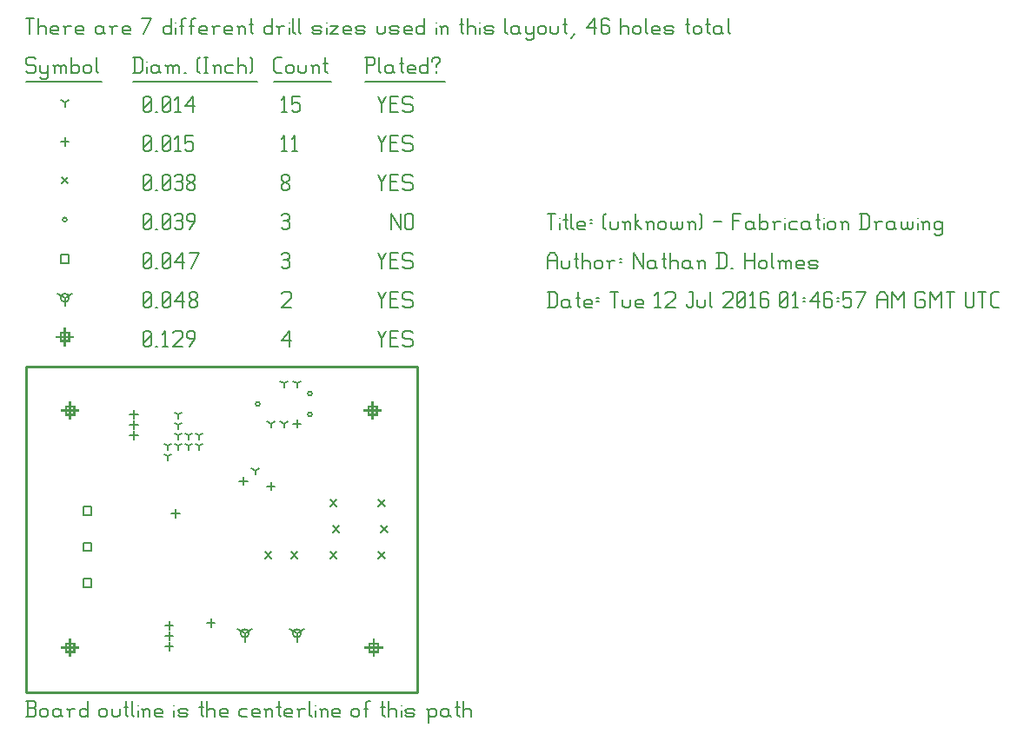
<source format=gbr>
G04 start of page 13 for group -3984 idx -3984 *
G04 Title: (unknown), fab *
G04 Creator: pcb 20140316 *
G04 CreationDate: Tue 12 Jul 2016 01:46:57 AM GMT UTC *
G04 For: ndholmes *
G04 Format: Gerber/RS-274X *
G04 PCB-Dimensions (mil): 1500.00 1250.00 *
G04 PCB-Coordinate-Origin: lower left *
%MOIN*%
%FSLAX25Y25*%
%LNFAB*%
%ADD90C,0.0100*%
%ADD89C,0.0075*%
%ADD88C,0.0060*%
%ADD87R,0.0080X0.0080*%
G54D87*X133000Y111200D02*Y104800D01*
X129800Y108000D02*X136200D01*
X131400Y109600D02*X134600D01*
X131400D02*Y106400D01*
X134600D01*
Y109600D02*Y106400D01*
X133500Y20200D02*Y13800D01*
X130300Y17000D02*X136700D01*
X131900Y18600D02*X135100D01*
X131900D02*Y15400D01*
X135100D01*
Y18600D02*Y15400D01*
X17000Y20200D02*Y13800D01*
X13800Y17000D02*X20200D01*
X15400Y18600D02*X18600D01*
X15400D02*Y15400D01*
X18600D01*
Y18600D02*Y15400D01*
X17000Y111200D02*Y104800D01*
X13800Y108000D02*X20200D01*
X15400Y109600D02*X18600D01*
X15400D02*Y106400D01*
X18600D01*
Y109600D02*Y106400D01*
X15000Y139450D02*Y133050D01*
X11800Y136250D02*X18200D01*
X13400Y137850D02*X16600D01*
X13400D02*Y134650D01*
X16600D01*
Y137850D02*Y134650D01*
G54D88*X135000Y138500D02*X136500Y135500D01*
X138000Y138500D01*
X136500Y135500D02*Y132500D01*
X139800Y135800D02*X142050D01*
X139800Y132500D02*X142800D01*
X139800Y138500D02*Y132500D01*
Y138500D02*X142800D01*
X147600D02*X148350Y137750D01*
X145350Y138500D02*X147600D01*
X144600Y137750D02*X145350Y138500D01*
X144600Y137750D02*Y136250D01*
X145350Y135500D01*
X147600D01*
X148350Y134750D01*
Y133250D01*
X147600Y132500D02*X148350Y133250D01*
X145350Y132500D02*X147600D01*
X144600Y133250D02*X145350Y132500D01*
X98000Y134750D02*X101000Y138500D01*
X98000Y134750D02*X101750D01*
X101000Y138500D02*Y132500D01*
X45000Y133250D02*X45750Y132500D01*
X45000Y137750D02*Y133250D01*
Y137750D02*X45750Y138500D01*
X47250D01*
X48000Y137750D01*
Y133250D01*
X47250Y132500D02*X48000Y133250D01*
X45750Y132500D02*X47250D01*
X45000Y134000D02*X48000Y137000D01*
X49800Y132500D02*X50550D01*
X52350Y137300D02*X53550Y138500D01*
Y132500D01*
X52350D02*X54600D01*
X56400Y137750D02*X57150Y138500D01*
X59400D01*
X60150Y137750D01*
Y136250D01*
X56400Y132500D02*X60150Y136250D01*
X56400Y132500D02*X60150D01*
X62700D02*X64950Y135500D01*
Y137750D02*Y135500D01*
X64200Y138500D02*X64950Y137750D01*
X62700Y138500D02*X64200D01*
X61950Y137750D02*X62700Y138500D01*
X61950Y137750D02*Y136250D01*
X62700Y135500D01*
X64950D01*
X84000Y22500D02*Y19300D01*
Y22500D02*X86773Y24100D01*
X84000Y22500D02*X81227Y24100D01*
X82400Y22500D02*G75*G03X85600Y22500I1600J0D01*G01*
G75*G03X82400Y22500I-1600J0D01*G01*
X104000D02*Y19300D01*
Y22500D02*X106773Y24100D01*
X104000Y22500D02*X101227Y24100D01*
X102400Y22500D02*G75*G03X105600Y22500I1600J0D01*G01*
G75*G03X102400Y22500I-1600J0D01*G01*
X15000Y151250D02*Y148050D01*
Y151250D02*X17773Y152850D01*
X15000Y151250D02*X12227Y152850D01*
X13400Y151250D02*G75*G03X16600Y151250I1600J0D01*G01*
G75*G03X13400Y151250I-1600J0D01*G01*
X135000Y153500D02*X136500Y150500D01*
X138000Y153500D01*
X136500Y150500D02*Y147500D01*
X139800Y150800D02*X142050D01*
X139800Y147500D02*X142800D01*
X139800Y153500D02*Y147500D01*
Y153500D02*X142800D01*
X147600D02*X148350Y152750D01*
X145350Y153500D02*X147600D01*
X144600Y152750D02*X145350Y153500D01*
X144600Y152750D02*Y151250D01*
X145350Y150500D01*
X147600D01*
X148350Y149750D01*
Y148250D01*
X147600Y147500D02*X148350Y148250D01*
X145350Y147500D02*X147600D01*
X144600Y148250D02*X145350Y147500D01*
X98000Y152750D02*X98750Y153500D01*
X101000D01*
X101750Y152750D01*
Y151250D01*
X98000Y147500D02*X101750Y151250D01*
X98000Y147500D02*X101750D01*
X45000Y148250D02*X45750Y147500D01*
X45000Y152750D02*Y148250D01*
Y152750D02*X45750Y153500D01*
X47250D01*
X48000Y152750D01*
Y148250D01*
X47250Y147500D02*X48000Y148250D01*
X45750Y147500D02*X47250D01*
X45000Y149000D02*X48000Y152000D01*
X49800Y147500D02*X50550D01*
X52350Y148250D02*X53100Y147500D01*
X52350Y152750D02*Y148250D01*
Y152750D02*X53100Y153500D01*
X54600D01*
X55350Y152750D01*
Y148250D01*
X54600Y147500D02*X55350Y148250D01*
X53100Y147500D02*X54600D01*
X52350Y149000D02*X55350Y152000D01*
X57150Y149750D02*X60150Y153500D01*
X57150Y149750D02*X60900D01*
X60150Y153500D02*Y147500D01*
X62700Y148250D02*X63450Y147500D01*
X62700Y149450D02*Y148250D01*
Y149450D02*X63750Y150500D01*
X64650D01*
X65700Y149450D01*
Y148250D01*
X64950Y147500D02*X65700Y148250D01*
X63450Y147500D02*X64950D01*
X62700Y151550D02*X63750Y150500D01*
X62700Y152750D02*Y151550D01*
Y152750D02*X63450Y153500D01*
X64950D01*
X65700Y152750D01*
Y151550D01*
X64650Y150500D02*X65700Y151550D01*
X22073Y71045D02*X25273D01*
X22073D02*Y67845D01*
X25273D01*
Y71045D02*Y67845D01*
X22073Y57265D02*X25273D01*
X22073D02*Y54065D01*
X25273D01*
Y57265D02*Y54065D01*
X22073Y43486D02*X25273D01*
X22073D02*Y40286D01*
X25273D01*
Y43486D02*Y40286D01*
X13400Y167850D02*X16600D01*
X13400D02*Y164650D01*
X16600D01*
Y167850D02*Y164650D01*
X135000Y168500D02*X136500Y165500D01*
X138000Y168500D01*
X136500Y165500D02*Y162500D01*
X139800Y165800D02*X142050D01*
X139800Y162500D02*X142800D01*
X139800Y168500D02*Y162500D01*
Y168500D02*X142800D01*
X147600D02*X148350Y167750D01*
X145350Y168500D02*X147600D01*
X144600Y167750D02*X145350Y168500D01*
X144600Y167750D02*Y166250D01*
X145350Y165500D01*
X147600D01*
X148350Y164750D01*
Y163250D01*
X147600Y162500D02*X148350Y163250D01*
X145350Y162500D02*X147600D01*
X144600Y163250D02*X145350Y162500D01*
X98000Y167750D02*X98750Y168500D01*
X100250D01*
X101000Y167750D01*
X100250Y162500D02*X101000Y163250D01*
X98750Y162500D02*X100250D01*
X98000Y163250D02*X98750Y162500D01*
Y165800D02*X100250D01*
X101000Y167750D02*Y166550D01*
Y165050D02*Y163250D01*
Y165050D02*X100250Y165800D01*
X101000Y166550D02*X100250Y165800D01*
X45000Y163250D02*X45750Y162500D01*
X45000Y167750D02*Y163250D01*
Y167750D02*X45750Y168500D01*
X47250D01*
X48000Y167750D01*
Y163250D01*
X47250Y162500D02*X48000Y163250D01*
X45750Y162500D02*X47250D01*
X45000Y164000D02*X48000Y167000D01*
X49800Y162500D02*X50550D01*
X52350Y163250D02*X53100Y162500D01*
X52350Y167750D02*Y163250D01*
Y167750D02*X53100Y168500D01*
X54600D01*
X55350Y167750D01*
Y163250D01*
X54600Y162500D02*X55350Y163250D01*
X53100Y162500D02*X54600D01*
X52350Y164000D02*X55350Y167000D01*
X57150Y164750D02*X60150Y168500D01*
X57150Y164750D02*X60900D01*
X60150Y168500D02*Y162500D01*
X63450D02*X66450Y168500D01*
X62700D02*X66450D01*
X88200Y110500D02*G75*G03X89800Y110500I800J0D01*G01*
G75*G03X88200Y110500I-800J0D01*G01*
X108200Y114500D02*G75*G03X109800Y114500I800J0D01*G01*
G75*G03X108200Y114500I-800J0D01*G01*
Y106500D02*G75*G03X109800Y106500I800J0D01*G01*
G75*G03X108200Y106500I-800J0D01*G01*
X14200Y181250D02*G75*G03X15800Y181250I800J0D01*G01*
G75*G03X14200Y181250I-800J0D01*G01*
X140000Y183500D02*Y177500D01*
Y183500D02*X143750Y177500D01*
Y183500D02*Y177500D01*
X145550Y182750D02*Y178250D01*
Y182750D02*X146300Y183500D01*
X147800D01*
X148550Y182750D01*
Y178250D01*
X147800Y177500D02*X148550Y178250D01*
X146300Y177500D02*X147800D01*
X145550Y178250D02*X146300Y177500D01*
X98000Y182750D02*X98750Y183500D01*
X100250D01*
X101000Y182750D01*
X100250Y177500D02*X101000Y178250D01*
X98750Y177500D02*X100250D01*
X98000Y178250D02*X98750Y177500D01*
Y180800D02*X100250D01*
X101000Y182750D02*Y181550D01*
Y180050D02*Y178250D01*
Y180050D02*X100250Y180800D01*
X101000Y181550D02*X100250Y180800D01*
X45000Y178250D02*X45750Y177500D01*
X45000Y182750D02*Y178250D01*
Y182750D02*X45750Y183500D01*
X47250D01*
X48000Y182750D01*
Y178250D01*
X47250Y177500D02*X48000Y178250D01*
X45750Y177500D02*X47250D01*
X45000Y179000D02*X48000Y182000D01*
X49800Y177500D02*X50550D01*
X52350Y178250D02*X53100Y177500D01*
X52350Y182750D02*Y178250D01*
Y182750D02*X53100Y183500D01*
X54600D01*
X55350Y182750D01*
Y178250D01*
X54600Y177500D02*X55350Y178250D01*
X53100Y177500D02*X54600D01*
X52350Y179000D02*X55350Y182000D01*
X57150Y182750D02*X57900Y183500D01*
X59400D01*
X60150Y182750D01*
X59400Y177500D02*X60150Y178250D01*
X57900Y177500D02*X59400D01*
X57150Y178250D02*X57900Y177500D01*
Y180800D02*X59400D01*
X60150Y182750D02*Y181550D01*
Y180050D02*Y178250D01*
Y180050D02*X59400Y180800D01*
X60150Y181550D02*X59400Y180800D01*
X62700Y177500D02*X64950Y180500D01*
Y182750D02*Y180500D01*
X64200Y183500D02*X64950Y182750D01*
X62700Y183500D02*X64200D01*
X61950Y182750D02*X62700Y183500D01*
X61950Y182750D02*Y181250D01*
X62700Y180500D01*
X64950D01*
X116800Y73700D02*X119200Y71300D01*
X116800D02*X119200Y73700D01*
X117800Y63700D02*X120200Y61300D01*
X117800D02*X120200Y63700D01*
X116800Y53700D02*X119200Y51300D01*
X116800D02*X119200Y53700D01*
X135300Y73700D02*X137700Y71300D01*
X135300D02*X137700Y73700D01*
X136300Y63700D02*X138700Y61300D01*
X136300D02*X138700Y63700D01*
X135300Y53700D02*X137700Y51300D01*
X135300D02*X137700Y53700D01*
X91800D02*X94200Y51300D01*
X91800D02*X94200Y53700D01*
X101800D02*X104200Y51300D01*
X101800D02*X104200Y53700D01*
X13800Y197450D02*X16200Y195050D01*
X13800D02*X16200Y197450D01*
X135000Y198500D02*X136500Y195500D01*
X138000Y198500D01*
X136500Y195500D02*Y192500D01*
X139800Y195800D02*X142050D01*
X139800Y192500D02*X142800D01*
X139800Y198500D02*Y192500D01*
Y198500D02*X142800D01*
X147600D02*X148350Y197750D01*
X145350Y198500D02*X147600D01*
X144600Y197750D02*X145350Y198500D01*
X144600Y197750D02*Y196250D01*
X145350Y195500D01*
X147600D01*
X148350Y194750D01*
Y193250D01*
X147600Y192500D02*X148350Y193250D01*
X145350Y192500D02*X147600D01*
X144600Y193250D02*X145350Y192500D01*
X98000Y193250D02*X98750Y192500D01*
X98000Y194450D02*Y193250D01*
Y194450D02*X99050Y195500D01*
X99950D01*
X101000Y194450D01*
Y193250D01*
X100250Y192500D02*X101000Y193250D01*
X98750Y192500D02*X100250D01*
X98000Y196550D02*X99050Y195500D01*
X98000Y197750D02*Y196550D01*
Y197750D02*X98750Y198500D01*
X100250D01*
X101000Y197750D01*
Y196550D01*
X99950Y195500D02*X101000Y196550D01*
X45000Y193250D02*X45750Y192500D01*
X45000Y197750D02*Y193250D01*
Y197750D02*X45750Y198500D01*
X47250D01*
X48000Y197750D01*
Y193250D01*
X47250Y192500D02*X48000Y193250D01*
X45750Y192500D02*X47250D01*
X45000Y194000D02*X48000Y197000D01*
X49800Y192500D02*X50550D01*
X52350Y193250D02*X53100Y192500D01*
X52350Y197750D02*Y193250D01*
Y197750D02*X53100Y198500D01*
X54600D01*
X55350Y197750D01*
Y193250D01*
X54600Y192500D02*X55350Y193250D01*
X53100Y192500D02*X54600D01*
X52350Y194000D02*X55350Y197000D01*
X57150Y197750D02*X57900Y198500D01*
X59400D01*
X60150Y197750D01*
X59400Y192500D02*X60150Y193250D01*
X57900Y192500D02*X59400D01*
X57150Y193250D02*X57900Y192500D01*
Y195800D02*X59400D01*
X60150Y197750D02*Y196550D01*
Y195050D02*Y193250D01*
Y195050D02*X59400Y195800D01*
X60150Y196550D02*X59400Y195800D01*
X61950Y193250D02*X62700Y192500D01*
X61950Y194450D02*Y193250D01*
Y194450D02*X63000Y195500D01*
X63900D01*
X64950Y194450D01*
Y193250D01*
X64200Y192500D02*X64950Y193250D01*
X62700Y192500D02*X64200D01*
X61950Y196550D02*X63000Y195500D01*
X61950Y197750D02*Y196550D01*
Y197750D02*X62700Y198500D01*
X64200D01*
X64950Y197750D01*
Y196550D01*
X63900Y195500D02*X64950Y196550D01*
X83500Y82600D02*Y79400D01*
X81900Y81000D02*X85100D01*
X41500Y100100D02*Y96900D01*
X39900Y98500D02*X43100D01*
X41500Y104100D02*Y100900D01*
X39900Y102500D02*X43100D01*
X41500Y108100D02*Y104900D01*
X39900Y106500D02*X43100D01*
X71000Y28100D02*Y24900D01*
X69400Y26500D02*X72600D01*
X94000Y80600D02*Y77400D01*
X92400Y79000D02*X95600D01*
X104000Y104600D02*Y101400D01*
X102400Y103000D02*X105600D01*
X57500Y70100D02*Y66900D01*
X55900Y68500D02*X59100D01*
X55000Y27100D02*Y23900D01*
X53400Y25500D02*X56600D01*
X55000Y23100D02*Y19900D01*
X53400Y21500D02*X56600D01*
X55000Y19100D02*Y15900D01*
X53400Y17500D02*X56600D01*
X15000Y212850D02*Y209650D01*
X13400Y211250D02*X16600D01*
X135000Y213500D02*X136500Y210500D01*
X138000Y213500D01*
X136500Y210500D02*Y207500D01*
X139800Y210800D02*X142050D01*
X139800Y207500D02*X142800D01*
X139800Y213500D02*Y207500D01*
Y213500D02*X142800D01*
X147600D02*X148350Y212750D01*
X145350Y213500D02*X147600D01*
X144600Y212750D02*X145350Y213500D01*
X144600Y212750D02*Y211250D01*
X145350Y210500D01*
X147600D01*
X148350Y209750D01*
Y208250D01*
X147600Y207500D02*X148350Y208250D01*
X145350Y207500D02*X147600D01*
X144600Y208250D02*X145350Y207500D01*
X98000Y212300D02*X99200Y213500D01*
Y207500D01*
X98000D02*X100250D01*
X102050Y212300D02*X103250Y213500D01*
Y207500D01*
X102050D02*X104300D01*
X45000Y208250D02*X45750Y207500D01*
X45000Y212750D02*Y208250D01*
Y212750D02*X45750Y213500D01*
X47250D01*
X48000Y212750D01*
Y208250D01*
X47250Y207500D02*X48000Y208250D01*
X45750Y207500D02*X47250D01*
X45000Y209000D02*X48000Y212000D01*
X49800Y207500D02*X50550D01*
X52350Y208250D02*X53100Y207500D01*
X52350Y212750D02*Y208250D01*
Y212750D02*X53100Y213500D01*
X54600D01*
X55350Y212750D01*
Y208250D01*
X54600Y207500D02*X55350Y208250D01*
X53100Y207500D02*X54600D01*
X52350Y209000D02*X55350Y212000D01*
X57150Y212300D02*X58350Y213500D01*
Y207500D01*
X57150D02*X59400D01*
X61200Y213500D02*X64200D01*
X61200D02*Y210500D01*
X61950Y211250D01*
X63450D01*
X64200Y210500D01*
Y208250D01*
X63450Y207500D02*X64200Y208250D01*
X61950Y207500D02*X63450D01*
X61200Y208250D02*X61950Y207500D01*
X104000Y118500D02*Y116900D01*
Y118500D02*X105387Y119300D01*
X104000Y118500D02*X102613Y119300D01*
X99000Y103000D02*Y101400D01*
Y103000D02*X100387Y103800D01*
X99000Y103000D02*X97613Y103800D01*
X58500Y106500D02*Y104900D01*
Y106500D02*X59887Y107300D01*
X58500Y106500D02*X57113Y107300D01*
X58500Y102500D02*Y100900D01*
Y102500D02*X59887Y103300D01*
X58500Y102500D02*X57113Y103300D01*
X58500Y98500D02*Y96900D01*
Y98500D02*X59887Y99300D01*
X58500Y98500D02*X57113Y99300D01*
X62500Y98500D02*Y96900D01*
Y98500D02*X63887Y99300D01*
X62500Y98500D02*X61113Y99300D01*
X66500Y98500D02*Y96900D01*
Y98500D02*X67887Y99300D01*
X66500Y98500D02*X65113Y99300D01*
X66500Y94500D02*Y92900D01*
Y94500D02*X67887Y95300D01*
X66500Y94500D02*X65113Y95300D01*
X62500Y94500D02*Y92900D01*
Y94500D02*X63887Y95300D01*
X62500Y94500D02*X61113Y95300D01*
X58500Y94500D02*Y92900D01*
Y94500D02*X59887Y95300D01*
X58500Y94500D02*X57113Y95300D01*
X54500Y94500D02*Y92900D01*
Y94500D02*X55887Y95300D01*
X54500Y94500D02*X53113Y95300D01*
X54500Y90500D02*Y88900D01*
Y90500D02*X55887Y91300D01*
X54500Y90500D02*X53113Y91300D01*
X94000Y103000D02*Y101400D01*
Y103000D02*X95387Y103800D01*
X94000Y103000D02*X92613Y103800D01*
X99000Y118500D02*Y116900D01*
Y118500D02*X100387Y119300D01*
X99000Y118500D02*X97613Y119300D01*
X88000Y85000D02*Y83400D01*
Y85000D02*X89387Y85800D01*
X88000Y85000D02*X86613Y85800D01*
X15000Y226250D02*Y224650D01*
Y226250D02*X16387Y227050D01*
X15000Y226250D02*X13613Y227050D01*
X135000Y228500D02*X136500Y225500D01*
X138000Y228500D01*
X136500Y225500D02*Y222500D01*
X139800Y225800D02*X142050D01*
X139800Y222500D02*X142800D01*
X139800Y228500D02*Y222500D01*
Y228500D02*X142800D01*
X147600D02*X148350Y227750D01*
X145350Y228500D02*X147600D01*
X144600Y227750D02*X145350Y228500D01*
X144600Y227750D02*Y226250D01*
X145350Y225500D01*
X147600D01*
X148350Y224750D01*
Y223250D01*
X147600Y222500D02*X148350Y223250D01*
X145350Y222500D02*X147600D01*
X144600Y223250D02*X145350Y222500D01*
X98000Y227300D02*X99200Y228500D01*
Y222500D01*
X98000D02*X100250D01*
X102050Y228500D02*X105050D01*
X102050D02*Y225500D01*
X102800Y226250D01*
X104300D01*
X105050Y225500D01*
Y223250D01*
X104300Y222500D02*X105050Y223250D01*
X102800Y222500D02*X104300D01*
X102050Y223250D02*X102800Y222500D01*
X45000Y223250D02*X45750Y222500D01*
X45000Y227750D02*Y223250D01*
Y227750D02*X45750Y228500D01*
X47250D01*
X48000Y227750D01*
Y223250D01*
X47250Y222500D02*X48000Y223250D01*
X45750Y222500D02*X47250D01*
X45000Y224000D02*X48000Y227000D01*
X49800Y222500D02*X50550D01*
X52350Y223250D02*X53100Y222500D01*
X52350Y227750D02*Y223250D01*
Y227750D02*X53100Y228500D01*
X54600D01*
X55350Y227750D01*
Y223250D01*
X54600Y222500D02*X55350Y223250D01*
X53100Y222500D02*X54600D01*
X52350Y224000D02*X55350Y227000D01*
X57150Y227300D02*X58350Y228500D01*
Y222500D01*
X57150D02*X59400D01*
X61200Y224750D02*X64200Y228500D01*
X61200Y224750D02*X64950D01*
X64200Y228500D02*Y222500D01*
X3000Y243500D02*X3750Y242750D01*
X750Y243500D02*X3000D01*
X0Y242750D02*X750Y243500D01*
X0Y242750D02*Y241250D01*
X750Y240500D01*
X3000D01*
X3750Y239750D01*
Y238250D01*
X3000Y237500D02*X3750Y238250D01*
X750Y237500D02*X3000D01*
X0Y238250D02*X750Y237500D01*
X5550Y240500D02*Y238250D01*
X6300Y237500D01*
X8550Y240500D02*Y236000D01*
X7800Y235250D02*X8550Y236000D01*
X6300Y235250D02*X7800D01*
X5550Y236000D02*X6300Y235250D01*
Y237500D02*X7800D01*
X8550Y238250D01*
X11100Y239750D02*Y237500D01*
Y239750D02*X11850Y240500D01*
X12600D01*
X13350Y239750D01*
Y237500D01*
Y239750D02*X14100Y240500D01*
X14850D01*
X15600Y239750D01*
Y237500D01*
X10350Y240500D02*X11100Y239750D01*
X17400Y243500D02*Y237500D01*
Y238250D02*X18150Y237500D01*
X19650D01*
X20400Y238250D01*
Y239750D02*Y238250D01*
X19650Y240500D02*X20400Y239750D01*
X18150Y240500D02*X19650D01*
X17400Y239750D02*X18150Y240500D01*
X22200Y239750D02*Y238250D01*
Y239750D02*X22950Y240500D01*
X24450D01*
X25200Y239750D01*
Y238250D01*
X24450Y237500D02*X25200Y238250D01*
X22950Y237500D02*X24450D01*
X22200Y238250D02*X22950Y237500D01*
X27000Y243500D02*Y238250D01*
X27750Y237500D01*
X0Y234250D02*X29250D01*
X41750Y243500D02*Y237500D01*
X43700Y243500D02*X44750Y242450D01*
Y238550D01*
X43700Y237500D02*X44750Y238550D01*
X41000Y237500D02*X43700D01*
X41000Y243500D02*X43700D01*
G54D89*X46550Y242000D02*Y241850D01*
G54D88*Y239750D02*Y237500D01*
X50300Y240500D02*X51050Y239750D01*
X48800Y240500D02*X50300D01*
X48050Y239750D02*X48800Y240500D01*
X48050Y239750D02*Y238250D01*
X48800Y237500D01*
X51050Y240500D02*Y238250D01*
X51800Y237500D01*
X48800D02*X50300D01*
X51050Y238250D01*
X54350Y239750D02*Y237500D01*
Y239750D02*X55100Y240500D01*
X55850D01*
X56600Y239750D01*
Y237500D01*
Y239750D02*X57350Y240500D01*
X58100D01*
X58850Y239750D01*
Y237500D01*
X53600Y240500D02*X54350Y239750D01*
X60650Y237500D02*X61400D01*
X65900Y238250D02*X66650Y237500D01*
X65900Y242750D02*X66650Y243500D01*
X65900Y242750D02*Y238250D01*
X68450Y243500D02*X69950D01*
X69200D02*Y237500D01*
X68450D02*X69950D01*
X72500Y239750D02*Y237500D01*
Y239750D02*X73250Y240500D01*
X74000D01*
X74750Y239750D01*
Y237500D01*
X71750Y240500D02*X72500Y239750D01*
X77300Y240500D02*X79550D01*
X76550Y239750D02*X77300Y240500D01*
X76550Y239750D02*Y238250D01*
X77300Y237500D01*
X79550D01*
X81350Y243500D02*Y237500D01*
Y239750D02*X82100Y240500D01*
X83600D01*
X84350Y239750D01*
Y237500D01*
X86150Y243500D02*X86900Y242750D01*
Y238250D01*
X86150Y237500D02*X86900Y238250D01*
X41000Y234250D02*X88700D01*
X96050Y237500D02*X98000D01*
X95000Y238550D02*X96050Y237500D01*
X95000Y242450D02*Y238550D01*
Y242450D02*X96050Y243500D01*
X98000D01*
X99800Y239750D02*Y238250D01*
Y239750D02*X100550Y240500D01*
X102050D01*
X102800Y239750D01*
Y238250D01*
X102050Y237500D02*X102800Y238250D01*
X100550Y237500D02*X102050D01*
X99800Y238250D02*X100550Y237500D01*
X104600Y240500D02*Y238250D01*
X105350Y237500D01*
X106850D01*
X107600Y238250D01*
Y240500D02*Y238250D01*
X110150Y239750D02*Y237500D01*
Y239750D02*X110900Y240500D01*
X111650D01*
X112400Y239750D01*
Y237500D01*
X109400Y240500D02*X110150Y239750D01*
X114950Y243500D02*Y238250D01*
X115700Y237500D01*
X114200Y241250D02*X115700D01*
X95000Y234250D02*X117200D01*
X130750Y243500D02*Y237500D01*
X130000Y243500D02*X133000D01*
X133750Y242750D01*
Y241250D01*
X133000Y240500D02*X133750Y241250D01*
X130750Y240500D02*X133000D01*
X135550Y243500D02*Y238250D01*
X136300Y237500D01*
X140050Y240500D02*X140800Y239750D01*
X138550Y240500D02*X140050D01*
X137800Y239750D02*X138550Y240500D01*
X137800Y239750D02*Y238250D01*
X138550Y237500D01*
X140800Y240500D02*Y238250D01*
X141550Y237500D01*
X138550D02*X140050D01*
X140800Y238250D01*
X144100Y243500D02*Y238250D01*
X144850Y237500D01*
X143350Y241250D02*X144850D01*
X147100Y237500D02*X149350D01*
X146350Y238250D02*X147100Y237500D01*
X146350Y239750D02*Y238250D01*
Y239750D02*X147100Y240500D01*
X148600D01*
X149350Y239750D01*
X146350Y239000D02*X149350D01*
Y239750D02*Y239000D01*
X154150Y243500D02*Y237500D01*
X153400D02*X154150Y238250D01*
X151900Y237500D02*X153400D01*
X151150Y238250D02*X151900Y237500D01*
X151150Y239750D02*Y238250D01*
Y239750D02*X151900Y240500D01*
X153400D01*
X154150Y239750D01*
X157450Y240500D02*Y239750D01*
Y238250D02*Y237500D01*
X155950Y242750D02*Y242000D01*
Y242750D02*X156700Y243500D01*
X158200D01*
X158950Y242750D01*
Y242000D01*
X157450Y240500D02*X158950Y242000D01*
X130000Y234250D02*X160750D01*
X0Y258500D02*X3000D01*
X1500D02*Y252500D01*
X4800Y258500D02*Y252500D01*
Y254750D02*X5550Y255500D01*
X7050D01*
X7800Y254750D01*
Y252500D01*
X10350D02*X12600D01*
X9600Y253250D02*X10350Y252500D01*
X9600Y254750D02*Y253250D01*
Y254750D02*X10350Y255500D01*
X11850D01*
X12600Y254750D01*
X9600Y254000D02*X12600D01*
Y254750D02*Y254000D01*
X15150Y254750D02*Y252500D01*
Y254750D02*X15900Y255500D01*
X17400D01*
X14400D02*X15150Y254750D01*
X19950Y252500D02*X22200D01*
X19200Y253250D02*X19950Y252500D01*
X19200Y254750D02*Y253250D01*
Y254750D02*X19950Y255500D01*
X21450D01*
X22200Y254750D01*
X19200Y254000D02*X22200D01*
Y254750D02*Y254000D01*
X28950Y255500D02*X29700Y254750D01*
X27450Y255500D02*X28950D01*
X26700Y254750D02*X27450Y255500D01*
X26700Y254750D02*Y253250D01*
X27450Y252500D01*
X29700Y255500D02*Y253250D01*
X30450Y252500D01*
X27450D02*X28950D01*
X29700Y253250D01*
X33000Y254750D02*Y252500D01*
Y254750D02*X33750Y255500D01*
X35250D01*
X32250D02*X33000Y254750D01*
X37800Y252500D02*X40050D01*
X37050Y253250D02*X37800Y252500D01*
X37050Y254750D02*Y253250D01*
Y254750D02*X37800Y255500D01*
X39300D01*
X40050Y254750D01*
X37050Y254000D02*X40050D01*
Y254750D02*Y254000D01*
X45300Y252500D02*X48300Y258500D01*
X44550D02*X48300D01*
X55800D02*Y252500D01*
X55050D02*X55800Y253250D01*
X53550Y252500D02*X55050D01*
X52800Y253250D02*X53550Y252500D01*
X52800Y254750D02*Y253250D01*
Y254750D02*X53550Y255500D01*
X55050D01*
X55800Y254750D01*
G54D89*X57600Y257000D02*Y256850D01*
G54D88*Y254750D02*Y252500D01*
X59850Y257750D02*Y252500D01*
Y257750D02*X60600Y258500D01*
X61350D01*
X59100Y255500D02*X60600D01*
X63600Y257750D02*Y252500D01*
Y257750D02*X64350Y258500D01*
X65100D01*
X62850Y255500D02*X64350D01*
X67350Y252500D02*X69600D01*
X66600Y253250D02*X67350Y252500D01*
X66600Y254750D02*Y253250D01*
Y254750D02*X67350Y255500D01*
X68850D01*
X69600Y254750D01*
X66600Y254000D02*X69600D01*
Y254750D02*Y254000D01*
X72150Y254750D02*Y252500D01*
Y254750D02*X72900Y255500D01*
X74400D01*
X71400D02*X72150Y254750D01*
X76950Y252500D02*X79200D01*
X76200Y253250D02*X76950Y252500D01*
X76200Y254750D02*Y253250D01*
Y254750D02*X76950Y255500D01*
X78450D01*
X79200Y254750D01*
X76200Y254000D02*X79200D01*
Y254750D02*Y254000D01*
X81750Y254750D02*Y252500D01*
Y254750D02*X82500Y255500D01*
X83250D01*
X84000Y254750D01*
Y252500D01*
X81000Y255500D02*X81750Y254750D01*
X86550Y258500D02*Y253250D01*
X87300Y252500D01*
X85800Y256250D02*X87300D01*
X94500Y258500D02*Y252500D01*
X93750D02*X94500Y253250D01*
X92250Y252500D02*X93750D01*
X91500Y253250D02*X92250Y252500D01*
X91500Y254750D02*Y253250D01*
Y254750D02*X92250Y255500D01*
X93750D01*
X94500Y254750D01*
X97050D02*Y252500D01*
Y254750D02*X97800Y255500D01*
X99300D01*
X96300D02*X97050Y254750D01*
G54D89*X101100Y257000D02*Y256850D01*
G54D88*Y254750D02*Y252500D01*
X102600Y258500D02*Y253250D01*
X103350Y252500D01*
X104850Y258500D02*Y253250D01*
X105600Y252500D01*
X110550D02*X112800D01*
X113550Y253250D01*
X112800Y254000D02*X113550Y253250D01*
X110550Y254000D02*X112800D01*
X109800Y254750D02*X110550Y254000D01*
X109800Y254750D02*X110550Y255500D01*
X112800D01*
X113550Y254750D01*
X109800Y253250D02*X110550Y252500D01*
G54D89*X115350Y257000D02*Y256850D01*
G54D88*Y254750D02*Y252500D01*
X116850Y255500D02*X119850D01*
X116850Y252500D02*X119850Y255500D01*
X116850Y252500D02*X119850D01*
X122400D02*X124650D01*
X121650Y253250D02*X122400Y252500D01*
X121650Y254750D02*Y253250D01*
Y254750D02*X122400Y255500D01*
X123900D01*
X124650Y254750D01*
X121650Y254000D02*X124650D01*
Y254750D02*Y254000D01*
X127200Y252500D02*X129450D01*
X130200Y253250D01*
X129450Y254000D02*X130200Y253250D01*
X127200Y254000D02*X129450D01*
X126450Y254750D02*X127200Y254000D01*
X126450Y254750D02*X127200Y255500D01*
X129450D01*
X130200Y254750D01*
X126450Y253250D02*X127200Y252500D01*
X134700Y255500D02*Y253250D01*
X135450Y252500D01*
X136950D01*
X137700Y253250D01*
Y255500D02*Y253250D01*
X140250Y252500D02*X142500D01*
X143250Y253250D01*
X142500Y254000D02*X143250Y253250D01*
X140250Y254000D02*X142500D01*
X139500Y254750D02*X140250Y254000D01*
X139500Y254750D02*X140250Y255500D01*
X142500D01*
X143250Y254750D01*
X139500Y253250D02*X140250Y252500D01*
X145800D02*X148050D01*
X145050Y253250D02*X145800Y252500D01*
X145050Y254750D02*Y253250D01*
Y254750D02*X145800Y255500D01*
X147300D01*
X148050Y254750D01*
X145050Y254000D02*X148050D01*
Y254750D02*Y254000D01*
X152850Y258500D02*Y252500D01*
X152100D02*X152850Y253250D01*
X150600Y252500D02*X152100D01*
X149850Y253250D02*X150600Y252500D01*
X149850Y254750D02*Y253250D01*
Y254750D02*X150600Y255500D01*
X152100D01*
X152850Y254750D01*
G54D89*X157350Y257000D02*Y256850D01*
G54D88*Y254750D02*Y252500D01*
X159600Y254750D02*Y252500D01*
Y254750D02*X160350Y255500D01*
X161100D01*
X161850Y254750D01*
Y252500D01*
X158850Y255500D02*X159600Y254750D01*
X167100Y258500D02*Y253250D01*
X167850Y252500D01*
X166350Y256250D02*X167850D01*
X169350Y258500D02*Y252500D01*
Y254750D02*X170100Y255500D01*
X171600D01*
X172350Y254750D01*
Y252500D01*
G54D89*X174150Y257000D02*Y256850D01*
G54D88*Y254750D02*Y252500D01*
X176400D02*X178650D01*
X179400Y253250D01*
X178650Y254000D02*X179400Y253250D01*
X176400Y254000D02*X178650D01*
X175650Y254750D02*X176400Y254000D01*
X175650Y254750D02*X176400Y255500D01*
X178650D01*
X179400Y254750D01*
X175650Y253250D02*X176400Y252500D01*
X183900Y258500D02*Y253250D01*
X184650Y252500D01*
X188400Y255500D02*X189150Y254750D01*
X186900Y255500D02*X188400D01*
X186150Y254750D02*X186900Y255500D01*
X186150Y254750D02*Y253250D01*
X186900Y252500D01*
X189150Y255500D02*Y253250D01*
X189900Y252500D01*
X186900D02*X188400D01*
X189150Y253250D01*
X191700Y255500D02*Y253250D01*
X192450Y252500D01*
X194700Y255500D02*Y251000D01*
X193950Y250250D02*X194700Y251000D01*
X192450Y250250D02*X193950D01*
X191700Y251000D02*X192450Y250250D01*
Y252500D02*X193950D01*
X194700Y253250D01*
X196500Y254750D02*Y253250D01*
Y254750D02*X197250Y255500D01*
X198750D01*
X199500Y254750D01*
Y253250D01*
X198750Y252500D02*X199500Y253250D01*
X197250Y252500D02*X198750D01*
X196500Y253250D02*X197250Y252500D01*
X201300Y255500D02*Y253250D01*
X202050Y252500D01*
X203550D01*
X204300Y253250D01*
Y255500D02*Y253250D01*
X206850Y258500D02*Y253250D01*
X207600Y252500D01*
X206100Y256250D02*X207600D01*
X209100Y251000D02*X210600Y252500D01*
X215100Y254750D02*X218100Y258500D01*
X215100Y254750D02*X218850D01*
X218100Y258500D02*Y252500D01*
X222900Y258500D02*X223650Y257750D01*
X221400Y258500D02*X222900D01*
X220650Y257750D02*X221400Y258500D01*
X220650Y257750D02*Y253250D01*
X221400Y252500D01*
X222900Y255800D02*X223650Y255050D01*
X220650Y255800D02*X222900D01*
X221400Y252500D02*X222900D01*
X223650Y253250D01*
Y255050D02*Y253250D01*
X228150Y258500D02*Y252500D01*
Y254750D02*X228900Y255500D01*
X230400D01*
X231150Y254750D01*
Y252500D01*
X232950Y254750D02*Y253250D01*
Y254750D02*X233700Y255500D01*
X235200D01*
X235950Y254750D01*
Y253250D01*
X235200Y252500D02*X235950Y253250D01*
X233700Y252500D02*X235200D01*
X232950Y253250D02*X233700Y252500D01*
X237750Y258500D02*Y253250D01*
X238500Y252500D01*
X240750D02*X243000D01*
X240000Y253250D02*X240750Y252500D01*
X240000Y254750D02*Y253250D01*
Y254750D02*X240750Y255500D01*
X242250D01*
X243000Y254750D01*
X240000Y254000D02*X243000D01*
Y254750D02*Y254000D01*
X245550Y252500D02*X247800D01*
X248550Y253250D01*
X247800Y254000D02*X248550Y253250D01*
X245550Y254000D02*X247800D01*
X244800Y254750D02*X245550Y254000D01*
X244800Y254750D02*X245550Y255500D01*
X247800D01*
X248550Y254750D01*
X244800Y253250D02*X245550Y252500D01*
X253800Y258500D02*Y253250D01*
X254550Y252500D01*
X253050Y256250D02*X254550D01*
X256050Y254750D02*Y253250D01*
Y254750D02*X256800Y255500D01*
X258300D01*
X259050Y254750D01*
Y253250D01*
X258300Y252500D02*X259050Y253250D01*
X256800Y252500D02*X258300D01*
X256050Y253250D02*X256800Y252500D01*
X261600Y258500D02*Y253250D01*
X262350Y252500D01*
X260850Y256250D02*X262350D01*
X266100Y255500D02*X266850Y254750D01*
X264600Y255500D02*X266100D01*
X263850Y254750D02*X264600Y255500D01*
X263850Y254750D02*Y253250D01*
X264600Y252500D01*
X266850Y255500D02*Y253250D01*
X267600Y252500D01*
X264600D02*X266100D01*
X266850Y253250D01*
X269400Y258500D02*Y253250D01*
X270150Y252500D01*
G54D90*X0Y0D02*X150000D01*
Y125000D01*
X0D01*
Y0D01*
G54D88*Y-9500D02*X3000D01*
X3750Y-8750D01*
Y-6950D02*Y-8750D01*
X3000Y-6200D02*X3750Y-6950D01*
X750Y-6200D02*X3000D01*
X750Y-3500D02*Y-9500D01*
X0Y-3500D02*X3000D01*
X3750Y-4250D01*
Y-5450D01*
X3000Y-6200D02*X3750Y-5450D01*
X5550Y-7250D02*Y-8750D01*
Y-7250D02*X6300Y-6500D01*
X7800D01*
X8550Y-7250D01*
Y-8750D01*
X7800Y-9500D02*X8550Y-8750D01*
X6300Y-9500D02*X7800D01*
X5550Y-8750D02*X6300Y-9500D01*
X12600Y-6500D02*X13350Y-7250D01*
X11100Y-6500D02*X12600D01*
X10350Y-7250D02*X11100Y-6500D01*
X10350Y-7250D02*Y-8750D01*
X11100Y-9500D01*
X13350Y-6500D02*Y-8750D01*
X14100Y-9500D01*
X11100D02*X12600D01*
X13350Y-8750D01*
X16650Y-7250D02*Y-9500D01*
Y-7250D02*X17400Y-6500D01*
X18900D01*
X15900D02*X16650Y-7250D01*
X23700Y-3500D02*Y-9500D01*
X22950D02*X23700Y-8750D01*
X21450Y-9500D02*X22950D01*
X20700Y-8750D02*X21450Y-9500D01*
X20700Y-7250D02*Y-8750D01*
Y-7250D02*X21450Y-6500D01*
X22950D01*
X23700Y-7250D01*
X28200D02*Y-8750D01*
Y-7250D02*X28950Y-6500D01*
X30450D01*
X31200Y-7250D01*
Y-8750D01*
X30450Y-9500D02*X31200Y-8750D01*
X28950Y-9500D02*X30450D01*
X28200Y-8750D02*X28950Y-9500D01*
X33000Y-6500D02*Y-8750D01*
X33750Y-9500D01*
X35250D01*
X36000Y-8750D01*
Y-6500D02*Y-8750D01*
X38550Y-3500D02*Y-8750D01*
X39300Y-9500D01*
X37800Y-5750D02*X39300D01*
X40800Y-3500D02*Y-8750D01*
X41550Y-9500D01*
G54D89*X43050Y-5000D02*Y-5150D01*
G54D88*Y-7250D02*Y-9500D01*
X45300Y-7250D02*Y-9500D01*
Y-7250D02*X46050Y-6500D01*
X46800D01*
X47550Y-7250D01*
Y-9500D01*
X44550Y-6500D02*X45300Y-7250D01*
X50100Y-9500D02*X52350D01*
X49350Y-8750D02*X50100Y-9500D01*
X49350Y-7250D02*Y-8750D01*
Y-7250D02*X50100Y-6500D01*
X51600D01*
X52350Y-7250D01*
X49350Y-8000D02*X52350D01*
Y-7250D02*Y-8000D01*
G54D89*X56850Y-5000D02*Y-5150D01*
G54D88*Y-7250D02*Y-9500D01*
X59100D02*X61350D01*
X62100Y-8750D01*
X61350Y-8000D02*X62100Y-8750D01*
X59100Y-8000D02*X61350D01*
X58350Y-7250D02*X59100Y-8000D01*
X58350Y-7250D02*X59100Y-6500D01*
X61350D01*
X62100Y-7250D01*
X58350Y-8750D02*X59100Y-9500D01*
X67350Y-3500D02*Y-8750D01*
X68100Y-9500D01*
X66600Y-5750D02*X68100D01*
X69600Y-3500D02*Y-9500D01*
Y-7250D02*X70350Y-6500D01*
X71850D01*
X72600Y-7250D01*
Y-9500D01*
X75150D02*X77400D01*
X74400Y-8750D02*X75150Y-9500D01*
X74400Y-7250D02*Y-8750D01*
Y-7250D02*X75150Y-6500D01*
X76650D01*
X77400Y-7250D01*
X74400Y-8000D02*X77400D01*
Y-7250D02*Y-8000D01*
X82650Y-6500D02*X84900D01*
X81900Y-7250D02*X82650Y-6500D01*
X81900Y-7250D02*Y-8750D01*
X82650Y-9500D01*
X84900D01*
X87450D02*X89700D01*
X86700Y-8750D02*X87450Y-9500D01*
X86700Y-7250D02*Y-8750D01*
Y-7250D02*X87450Y-6500D01*
X88950D01*
X89700Y-7250D01*
X86700Y-8000D02*X89700D01*
Y-7250D02*Y-8000D01*
X92250Y-7250D02*Y-9500D01*
Y-7250D02*X93000Y-6500D01*
X93750D01*
X94500Y-7250D01*
Y-9500D01*
X91500Y-6500D02*X92250Y-7250D01*
X97050Y-3500D02*Y-8750D01*
X97800Y-9500D01*
X96300Y-5750D02*X97800D01*
X100050Y-9500D02*X102300D01*
X99300Y-8750D02*X100050Y-9500D01*
X99300Y-7250D02*Y-8750D01*
Y-7250D02*X100050Y-6500D01*
X101550D01*
X102300Y-7250D01*
X99300Y-8000D02*X102300D01*
Y-7250D02*Y-8000D01*
X104850Y-7250D02*Y-9500D01*
Y-7250D02*X105600Y-6500D01*
X107100D01*
X104100D02*X104850Y-7250D01*
X108900Y-3500D02*Y-8750D01*
X109650Y-9500D01*
G54D89*X111150Y-5000D02*Y-5150D01*
G54D88*Y-7250D02*Y-9500D01*
X113400Y-7250D02*Y-9500D01*
Y-7250D02*X114150Y-6500D01*
X114900D01*
X115650Y-7250D01*
Y-9500D01*
X112650Y-6500D02*X113400Y-7250D01*
X118200Y-9500D02*X120450D01*
X117450Y-8750D02*X118200Y-9500D01*
X117450Y-7250D02*Y-8750D01*
Y-7250D02*X118200Y-6500D01*
X119700D01*
X120450Y-7250D01*
X117450Y-8000D02*X120450D01*
Y-7250D02*Y-8000D01*
X124950Y-7250D02*Y-8750D01*
Y-7250D02*X125700Y-6500D01*
X127200D01*
X127950Y-7250D01*
Y-8750D01*
X127200Y-9500D02*X127950Y-8750D01*
X125700Y-9500D02*X127200D01*
X124950Y-8750D02*X125700Y-9500D01*
X130500Y-4250D02*Y-9500D01*
Y-4250D02*X131250Y-3500D01*
X132000D01*
X129750Y-6500D02*X131250D01*
X136950Y-3500D02*Y-8750D01*
X137700Y-9500D01*
X136200Y-5750D02*X137700D01*
X139200Y-3500D02*Y-9500D01*
Y-7250D02*X139950Y-6500D01*
X141450D01*
X142200Y-7250D01*
Y-9500D01*
G54D89*X144000Y-5000D02*Y-5150D01*
G54D88*Y-7250D02*Y-9500D01*
X146250D02*X148500D01*
X149250Y-8750D01*
X148500Y-8000D02*X149250Y-8750D01*
X146250Y-8000D02*X148500D01*
X145500Y-7250D02*X146250Y-8000D01*
X145500Y-7250D02*X146250Y-6500D01*
X148500D01*
X149250Y-7250D01*
X145500Y-8750D02*X146250Y-9500D01*
X154500Y-7250D02*Y-11750D01*
X153750Y-6500D02*X154500Y-7250D01*
X155250Y-6500D01*
X156750D01*
X157500Y-7250D01*
Y-8750D01*
X156750Y-9500D02*X157500Y-8750D01*
X155250Y-9500D02*X156750D01*
X154500Y-8750D02*X155250Y-9500D01*
X161550Y-6500D02*X162300Y-7250D01*
X160050Y-6500D02*X161550D01*
X159300Y-7250D02*X160050Y-6500D01*
X159300Y-7250D02*Y-8750D01*
X160050Y-9500D01*
X162300Y-6500D02*Y-8750D01*
X163050Y-9500D01*
X160050D02*X161550D01*
X162300Y-8750D01*
X165600Y-3500D02*Y-8750D01*
X166350Y-9500D01*
X164850Y-5750D02*X166350D01*
X167850Y-3500D02*Y-9500D01*
Y-7250D02*X168600Y-6500D01*
X170100D01*
X170850Y-7250D01*
Y-9500D01*
X200750Y153500D02*Y147500D01*
X202700Y153500D02*X203750Y152450D01*
Y148550D01*
X202700Y147500D02*X203750Y148550D01*
X200000Y147500D02*X202700D01*
X200000Y153500D02*X202700D01*
X207800Y150500D02*X208550Y149750D01*
X206300Y150500D02*X207800D01*
X205550Y149750D02*X206300Y150500D01*
X205550Y149750D02*Y148250D01*
X206300Y147500D01*
X208550Y150500D02*Y148250D01*
X209300Y147500D01*
X206300D02*X207800D01*
X208550Y148250D01*
X211850Y153500D02*Y148250D01*
X212600Y147500D01*
X211100Y151250D02*X212600D01*
X214850Y147500D02*X217100D01*
X214100Y148250D02*X214850Y147500D01*
X214100Y149750D02*Y148250D01*
Y149750D02*X214850Y150500D01*
X216350D01*
X217100Y149750D01*
X214100Y149000D02*X217100D01*
Y149750D02*Y149000D01*
X218900Y151250D02*X219650D01*
X218900Y149750D02*X219650D01*
X224150Y153500D02*X227150D01*
X225650D02*Y147500D01*
X228950Y150500D02*Y148250D01*
X229700Y147500D01*
X231200D01*
X231950Y148250D01*
Y150500D02*Y148250D01*
X234500Y147500D02*X236750D01*
X233750Y148250D02*X234500Y147500D01*
X233750Y149750D02*Y148250D01*
Y149750D02*X234500Y150500D01*
X236000D01*
X236750Y149750D01*
X233750Y149000D02*X236750D01*
Y149750D02*Y149000D01*
X241250Y152300D02*X242450Y153500D01*
Y147500D01*
X241250D02*X243500D01*
X245300Y152750D02*X246050Y153500D01*
X248300D01*
X249050Y152750D01*
Y151250D01*
X245300Y147500D02*X249050Y151250D01*
X245300Y147500D02*X249050D01*
X254600Y153500D02*X255800D01*
Y148250D01*
X255050Y147500D02*X255800Y148250D01*
X254300Y147500D02*X255050D01*
X253550Y148250D02*X254300Y147500D01*
X253550Y149000D02*Y148250D01*
X257600Y150500D02*Y148250D01*
X258350Y147500D01*
X259850D01*
X260600Y148250D01*
Y150500D02*Y148250D01*
X262400Y153500D02*Y148250D01*
X263150Y147500D01*
X267350Y152750D02*X268100Y153500D01*
X270350D01*
X271100Y152750D01*
Y151250D01*
X267350Y147500D02*X271100Y151250D01*
X267350Y147500D02*X271100D01*
X272900Y148250D02*X273650Y147500D01*
X272900Y152750D02*Y148250D01*
Y152750D02*X273650Y153500D01*
X275150D01*
X275900Y152750D01*
Y148250D01*
X275150Y147500D02*X275900Y148250D01*
X273650Y147500D02*X275150D01*
X272900Y149000D02*X275900Y152000D01*
X277700Y152300D02*X278900Y153500D01*
Y147500D01*
X277700D02*X279950D01*
X284000Y153500D02*X284750Y152750D01*
X282500Y153500D02*X284000D01*
X281750Y152750D02*X282500Y153500D01*
X281750Y152750D02*Y148250D01*
X282500Y147500D01*
X284000Y150800D02*X284750Y150050D01*
X281750Y150800D02*X284000D01*
X282500Y147500D02*X284000D01*
X284750Y148250D01*
Y150050D02*Y148250D01*
X289250D02*X290000Y147500D01*
X289250Y152750D02*Y148250D01*
Y152750D02*X290000Y153500D01*
X291500D01*
X292250Y152750D01*
Y148250D01*
X291500Y147500D02*X292250Y148250D01*
X290000Y147500D02*X291500D01*
X289250Y149000D02*X292250Y152000D01*
X294050Y152300D02*X295250Y153500D01*
Y147500D01*
X294050D02*X296300D01*
X298100Y151250D02*X298850D01*
X298100Y149750D02*X298850D01*
X300650D02*X303650Y153500D01*
X300650Y149750D02*X304400D01*
X303650Y153500D02*Y147500D01*
X308450Y153500D02*X309200Y152750D01*
X306950Y153500D02*X308450D01*
X306200Y152750D02*X306950Y153500D01*
X306200Y152750D02*Y148250D01*
X306950Y147500D01*
X308450Y150800D02*X309200Y150050D01*
X306200Y150800D02*X308450D01*
X306950Y147500D02*X308450D01*
X309200Y148250D01*
Y150050D02*Y148250D01*
X311000Y151250D02*X311750D01*
X311000Y149750D02*X311750D01*
X313550Y153500D02*X316550D01*
X313550D02*Y150500D01*
X314300Y151250D01*
X315800D01*
X316550Y150500D01*
Y148250D01*
X315800Y147500D02*X316550Y148250D01*
X314300Y147500D02*X315800D01*
X313550Y148250D02*X314300Y147500D01*
X319100D02*X322100Y153500D01*
X318350D02*X322100D01*
X326600Y152000D02*Y147500D01*
Y152000D02*X327650Y153500D01*
X329300D01*
X330350Y152000D01*
Y147500D01*
X326600Y150500D02*X330350D01*
X332150Y153500D02*Y147500D01*
Y153500D02*X334400Y150500D01*
X336650Y153500D01*
Y147500D01*
X344150Y153500D02*X344900Y152750D01*
X341900Y153500D02*X344150D01*
X341150Y152750D02*X341900Y153500D01*
X341150Y152750D02*Y148250D01*
X341900Y147500D01*
X344150D01*
X344900Y148250D01*
Y149750D02*Y148250D01*
X344150Y150500D02*X344900Y149750D01*
X342650Y150500D02*X344150D01*
X346700Y153500D02*Y147500D01*
Y153500D02*X348950Y150500D01*
X351200Y153500D01*
Y147500D01*
X353000Y153500D02*X356000D01*
X354500D02*Y147500D01*
X360500Y153500D02*Y148250D01*
X361250Y147500D01*
X362750D01*
X363500Y148250D01*
Y153500D02*Y148250D01*
X365300Y153500D02*X368300D01*
X366800D02*Y147500D01*
X371150D02*X373100D01*
X370100Y148550D02*X371150Y147500D01*
X370100Y152450D02*Y148550D01*
Y152450D02*X371150Y153500D01*
X373100D01*
X200000Y167000D02*Y162500D01*
Y167000D02*X201050Y168500D01*
X202700D01*
X203750Y167000D01*
Y162500D01*
X200000Y165500D02*X203750D01*
X205550D02*Y163250D01*
X206300Y162500D01*
X207800D01*
X208550Y163250D01*
Y165500D02*Y163250D01*
X211100Y168500D02*Y163250D01*
X211850Y162500D01*
X210350Y166250D02*X211850D01*
X213350Y168500D02*Y162500D01*
Y164750D02*X214100Y165500D01*
X215600D01*
X216350Y164750D01*
Y162500D01*
X218150Y164750D02*Y163250D01*
Y164750D02*X218900Y165500D01*
X220400D01*
X221150Y164750D01*
Y163250D01*
X220400Y162500D02*X221150Y163250D01*
X218900Y162500D02*X220400D01*
X218150Y163250D02*X218900Y162500D01*
X223700Y164750D02*Y162500D01*
Y164750D02*X224450Y165500D01*
X225950D01*
X222950D02*X223700Y164750D01*
X227750Y166250D02*X228500D01*
X227750Y164750D02*X228500D01*
X233000Y168500D02*Y162500D01*
Y168500D02*X236750Y162500D01*
Y168500D02*Y162500D01*
X240800Y165500D02*X241550Y164750D01*
X239300Y165500D02*X240800D01*
X238550Y164750D02*X239300Y165500D01*
X238550Y164750D02*Y163250D01*
X239300Y162500D01*
X241550Y165500D02*Y163250D01*
X242300Y162500D01*
X239300D02*X240800D01*
X241550Y163250D01*
X244850Y168500D02*Y163250D01*
X245600Y162500D01*
X244100Y166250D02*X245600D01*
X247100Y168500D02*Y162500D01*
Y164750D02*X247850Y165500D01*
X249350D01*
X250100Y164750D01*
Y162500D01*
X254150Y165500D02*X254900Y164750D01*
X252650Y165500D02*X254150D01*
X251900Y164750D02*X252650Y165500D01*
X251900Y164750D02*Y163250D01*
X252650Y162500D01*
X254900Y165500D02*Y163250D01*
X255650Y162500D01*
X252650D02*X254150D01*
X254900Y163250D01*
X258200Y164750D02*Y162500D01*
Y164750D02*X258950Y165500D01*
X259700D01*
X260450Y164750D01*
Y162500D01*
X257450Y165500D02*X258200Y164750D01*
X265700Y168500D02*Y162500D01*
X267650Y168500D02*X268700Y167450D01*
Y163550D01*
X267650Y162500D02*X268700Y163550D01*
X264950Y162500D02*X267650D01*
X264950Y168500D02*X267650D01*
X270500Y162500D02*X271250D01*
X275750Y168500D02*Y162500D01*
X279500Y168500D02*Y162500D01*
X275750Y165500D02*X279500D01*
X281300Y164750D02*Y163250D01*
Y164750D02*X282050Y165500D01*
X283550D01*
X284300Y164750D01*
Y163250D01*
X283550Y162500D02*X284300Y163250D01*
X282050Y162500D02*X283550D01*
X281300Y163250D02*X282050Y162500D01*
X286100Y168500D02*Y163250D01*
X286850Y162500D01*
X289100Y164750D02*Y162500D01*
Y164750D02*X289850Y165500D01*
X290600D01*
X291350Y164750D01*
Y162500D01*
Y164750D02*X292100Y165500D01*
X292850D01*
X293600Y164750D01*
Y162500D01*
X288350Y165500D02*X289100Y164750D01*
X296150Y162500D02*X298400D01*
X295400Y163250D02*X296150Y162500D01*
X295400Y164750D02*Y163250D01*
Y164750D02*X296150Y165500D01*
X297650D01*
X298400Y164750D01*
X295400Y164000D02*X298400D01*
Y164750D02*Y164000D01*
X300950Y162500D02*X303200D01*
X303950Y163250D01*
X303200Y164000D02*X303950Y163250D01*
X300950Y164000D02*X303200D01*
X300200Y164750D02*X300950Y164000D01*
X300200Y164750D02*X300950Y165500D01*
X303200D01*
X303950Y164750D01*
X300200Y163250D02*X300950Y162500D01*
X200000Y183500D02*X203000D01*
X201500D02*Y177500D01*
G54D89*X204800Y182000D02*Y181850D01*
G54D88*Y179750D02*Y177500D01*
X207050Y183500D02*Y178250D01*
X207800Y177500D01*
X206300Y181250D02*X207800D01*
X209300Y183500D02*Y178250D01*
X210050Y177500D01*
X212300D02*X214550D01*
X211550Y178250D02*X212300Y177500D01*
X211550Y179750D02*Y178250D01*
Y179750D02*X212300Y180500D01*
X213800D01*
X214550Y179750D01*
X211550Y179000D02*X214550D01*
Y179750D02*Y179000D01*
X216350Y181250D02*X217100D01*
X216350Y179750D02*X217100D01*
X221600Y178250D02*X222350Y177500D01*
X221600Y182750D02*X222350Y183500D01*
X221600Y182750D02*Y178250D01*
X224150Y180500D02*Y178250D01*
X224900Y177500D01*
X226400D01*
X227150Y178250D01*
Y180500D02*Y178250D01*
X229700Y179750D02*Y177500D01*
Y179750D02*X230450Y180500D01*
X231200D01*
X231950Y179750D01*
Y177500D01*
X228950Y180500D02*X229700Y179750D01*
X233750Y183500D02*Y177500D01*
Y179750D02*X236000Y177500D01*
X233750Y179750D02*X235250Y181250D01*
X238550Y179750D02*Y177500D01*
Y179750D02*X239300Y180500D01*
X240050D01*
X240800Y179750D01*
Y177500D01*
X237800Y180500D02*X238550Y179750D01*
X242600D02*Y178250D01*
Y179750D02*X243350Y180500D01*
X244850D01*
X245600Y179750D01*
Y178250D01*
X244850Y177500D02*X245600Y178250D01*
X243350Y177500D02*X244850D01*
X242600Y178250D02*X243350Y177500D01*
X247400Y180500D02*Y178250D01*
X248150Y177500D01*
X248900D01*
X249650Y178250D01*
Y180500D02*Y178250D01*
X250400Y177500D01*
X251150D01*
X251900Y178250D01*
Y180500D02*Y178250D01*
X254450Y179750D02*Y177500D01*
Y179750D02*X255200Y180500D01*
X255950D01*
X256700Y179750D01*
Y177500D01*
X253700Y180500D02*X254450Y179750D01*
X258500Y183500D02*X259250Y182750D01*
Y178250D01*
X258500Y177500D02*X259250Y178250D01*
X263750Y180500D02*X266750D01*
X271250Y183500D02*Y177500D01*
Y183500D02*X274250D01*
X271250Y180800D02*X273500D01*
X278300Y180500D02*X279050Y179750D01*
X276800Y180500D02*X278300D01*
X276050Y179750D02*X276800Y180500D01*
X276050Y179750D02*Y178250D01*
X276800Y177500D01*
X279050Y180500D02*Y178250D01*
X279800Y177500D01*
X276800D02*X278300D01*
X279050Y178250D01*
X281600Y183500D02*Y177500D01*
Y178250D02*X282350Y177500D01*
X283850D01*
X284600Y178250D01*
Y179750D02*Y178250D01*
X283850Y180500D02*X284600Y179750D01*
X282350Y180500D02*X283850D01*
X281600Y179750D02*X282350Y180500D01*
X287150Y179750D02*Y177500D01*
Y179750D02*X287900Y180500D01*
X289400D01*
X286400D02*X287150Y179750D01*
G54D89*X291200Y182000D02*Y181850D01*
G54D88*Y179750D02*Y177500D01*
X293450Y180500D02*X295700D01*
X292700Y179750D02*X293450Y180500D01*
X292700Y179750D02*Y178250D01*
X293450Y177500D01*
X295700D01*
X299750Y180500D02*X300500Y179750D01*
X298250Y180500D02*X299750D01*
X297500Y179750D02*X298250Y180500D01*
X297500Y179750D02*Y178250D01*
X298250Y177500D01*
X300500Y180500D02*Y178250D01*
X301250Y177500D01*
X298250D02*X299750D01*
X300500Y178250D01*
X303800Y183500D02*Y178250D01*
X304550Y177500D01*
X303050Y181250D02*X304550D01*
G54D89*X306050Y182000D02*Y181850D01*
G54D88*Y179750D02*Y177500D01*
X307550Y179750D02*Y178250D01*
Y179750D02*X308300Y180500D01*
X309800D01*
X310550Y179750D01*
Y178250D01*
X309800Y177500D02*X310550Y178250D01*
X308300Y177500D02*X309800D01*
X307550Y178250D02*X308300Y177500D01*
X313100Y179750D02*Y177500D01*
Y179750D02*X313850Y180500D01*
X314600D01*
X315350Y179750D01*
Y177500D01*
X312350Y180500D02*X313100Y179750D01*
X320600Y183500D02*Y177500D01*
X322550Y183500D02*X323600Y182450D01*
Y178550D01*
X322550Y177500D02*X323600Y178550D01*
X319850Y177500D02*X322550D01*
X319850Y183500D02*X322550D01*
X326150Y179750D02*Y177500D01*
Y179750D02*X326900Y180500D01*
X328400D01*
X325400D02*X326150Y179750D01*
X332450Y180500D02*X333200Y179750D01*
X330950Y180500D02*X332450D01*
X330200Y179750D02*X330950Y180500D01*
X330200Y179750D02*Y178250D01*
X330950Y177500D01*
X333200Y180500D02*Y178250D01*
X333950Y177500D01*
X330950D02*X332450D01*
X333200Y178250D01*
X335750Y180500D02*Y178250D01*
X336500Y177500D01*
X337250D01*
X338000Y178250D01*
Y180500D02*Y178250D01*
X338750Y177500D01*
X339500D01*
X340250Y178250D01*
Y180500D02*Y178250D01*
G54D89*X342050Y182000D02*Y181850D01*
G54D88*Y179750D02*Y177500D01*
X344300Y179750D02*Y177500D01*
Y179750D02*X345050Y180500D01*
X345800D01*
X346550Y179750D01*
Y177500D01*
X343550Y180500D02*X344300Y179750D01*
X350600Y180500D02*X351350Y179750D01*
X349100Y180500D02*X350600D01*
X348350Y179750D02*X349100Y180500D01*
X348350Y179750D02*Y178250D01*
X349100Y177500D01*
X350600D01*
X351350Y178250D01*
X348350Y176000D02*X349100Y175250D01*
X350600D01*
X351350Y176000D01*
Y180500D02*Y176000D01*
M02*

</source>
